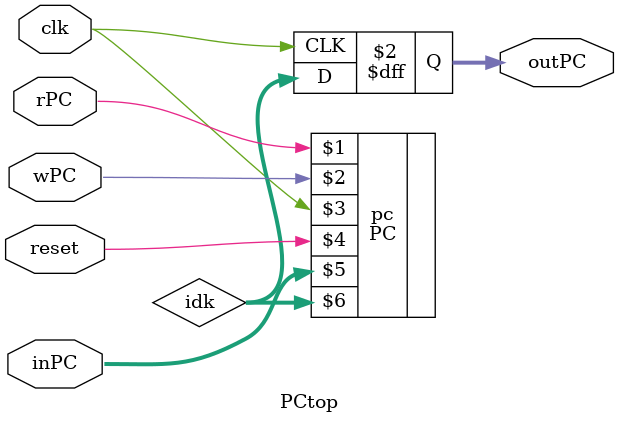
<source format=v>
module PCtop(clk, reset, rPC, wPC, inPC, outPC);

	input clk, reset, rPC, wPC;
	input[17:0] inPC;
	output[17:0] outPC;
	reg[17:0] outPC;
	
	wire[17:0] idk;
	
	//PC(re_PC,wr_PC,clk,rst,PCin,PCout);
	//PC pc( .re_PC(rPC), .wr_PC(wPC), .clk(clk), .rst(reset), .PCin(inPC),  .PCout(idk) );
	PC pc( rPC, wPC, clk, reset, inPC, idk );
	
	always @(posedge clk) begin
		outPC <= idk;
	end

endmodule

</source>
